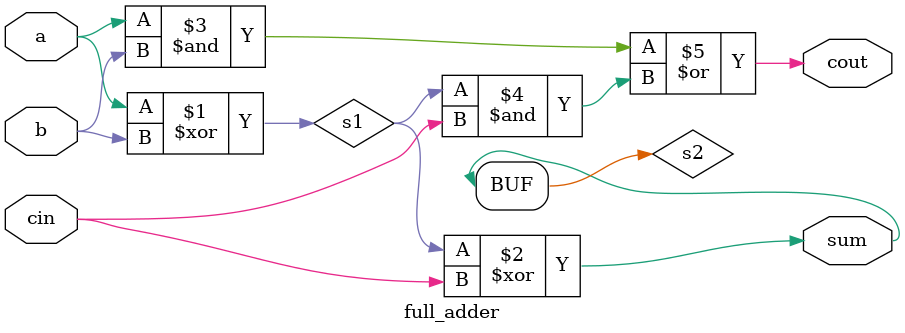
<source format=sv>
module top_module (
	input [3:0] x,
	input [3:0] y,
	output [4:0] sum
);

wire [3:0] carry;
wire [3:0] full_adder_sum;
wire overflow;

// Instantiate four full adders
full_adder full_adder0(.a(x[0]), .b(y[0]), .cin(1'b0), .sum(full_adder_sum[0]), .cout(carry[0]));
full_adder full_adder1(.a(x[1]), .b(y[1]), .cin(carry[0]), .sum(full_adder_sum[1]), .cout(carry[1]));
full_adder full_adder2(.a(x[2]), .b(y[2]), .cin(carry[1]), .sum(full_adder_sum[2]), .cout(carry[2]));
full_adder full_adder3(.a(x[3]), .b(y[3]), .cin(carry[2]), .sum(full_adder_sum[3]), .cout(carry[3]));

// Generate overflow signal
assign overflow = carry[3] | (full_adder_sum[3] & carry[2]);

// Concatenate overflow bit and sum outputs
assign sum = {overflow, full_adder_sum};

endmodule
module full_adder (
	input a,
	input b,
	input cin,
	output sum,
	output cout
);

wire s1, s2;

assign s1 = a ^ b;
assign s2 = s1 ^ cin;
assign sum = s2;
assign cout = (a & b) | (s1 & cin);

endmodule

</source>
